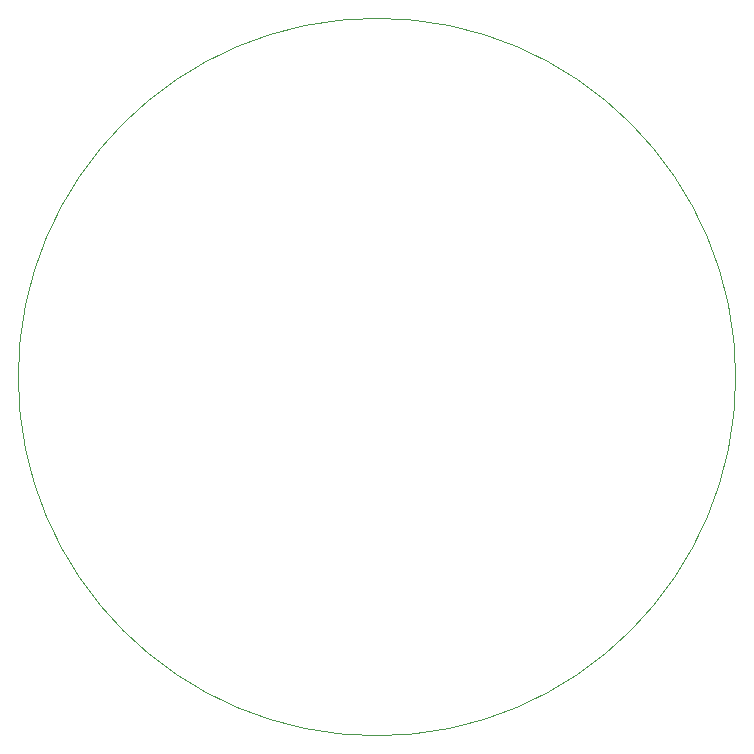
<source format=gbr>
%TF.GenerationSoftware,KiCad,Pcbnew,8.0.8*%
%TF.CreationDate,2025-01-31T19:08:08+05:30*%
%TF.ProjectId,LED Chaser circuit,4c454420-4368-4617-9365-722063697263,rev?*%
%TF.SameCoordinates,Original*%
%TF.FileFunction,Profile,NP*%
%FSLAX46Y46*%
G04 Gerber Fmt 4.6, Leading zero omitted, Abs format (unit mm)*
G04 Created by KiCad (PCBNEW 8.0.8) date 2025-01-31 19:08:08*
%MOMM*%
%LPD*%
G01*
G04 APERTURE LIST*
%TA.AperFunction,Profile*%
%ADD10C,0.050000*%
%TD*%
G04 APERTURE END LIST*
D10*
X178372685Y-86500000D02*
G75*
G02*
X117627315Y-86500000I-30372685J0D01*
G01*
X117627315Y-86500000D02*
G75*
G02*
X178372685Y-86500000I30372685J0D01*
G01*
M02*

</source>
